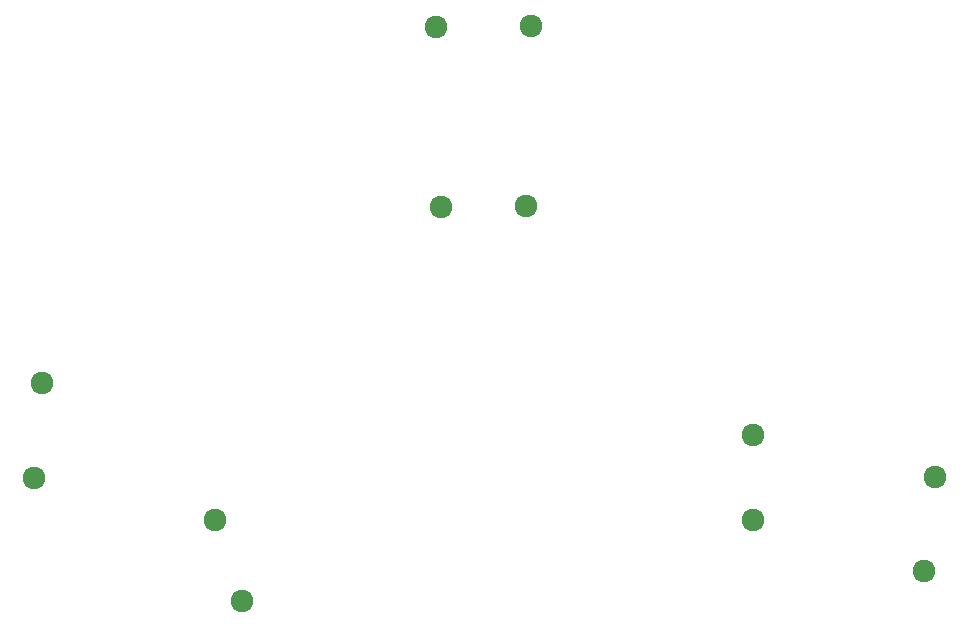
<source format=gbs>
G04 #@! TF.FileFunction,Soldermask,Bot*
%FSLAX46Y46*%
G04 Gerber Fmt 4.6, Leading zero omitted, Abs format (unit mm)*
G04 Created by KiCad (PCBNEW 4.0.1-stable) date 2/5/2016 11:19:17 AM*
%MOMM*%
G01*
G04 APERTURE LIST*
%ADD10C,0.100000*%
%ADD11C,1.924000*%
G04 APERTURE END LIST*
D10*
D11*
X113840000Y-87520000D03*
X155190000Y-57280000D03*
X113170000Y-95510000D03*
X189390000Y-95490000D03*
X188510000Y-103400000D03*
X147200000Y-57400000D03*
X154820000Y-72510000D03*
X130720000Y-105940000D03*
X128420000Y-99110000D03*
X147570000Y-72570000D03*
X174000000Y-99110000D03*
X174020000Y-91870000D03*
M02*

</source>
